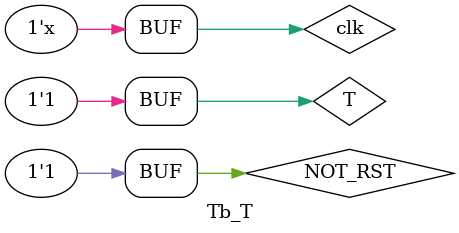
<source format=v>
`timescale 1ns / 1ps


module Tb_T();
    reg clk, T, NOT_RST;
    wire Q, Q_;
    
    T_FF sim_T(Q, Q_, clk, NOT_RST, T);
    
    initial begin
        NOT_RST = 1'b0;
        T = 1'b0;
        clk = 1'b0;
    end
    
    always #10 clk = ~clk;
    
    initial begin
        #100 NOT_RST = 1'b0; T = 1'b0;
        #100 NOT_RST = 1'b0; T = 1'b1;
        #100 NOT_RST = 1'b1; T = 1'b1;
        #100 NOT_RST = 1'b1; T = 1'b0;
        #100 NOT_RST = 1'b1; T = 1'b1;
        #100 NOT_RST = 1'b1; T = 1'b1;
    end
endmodule

</source>
